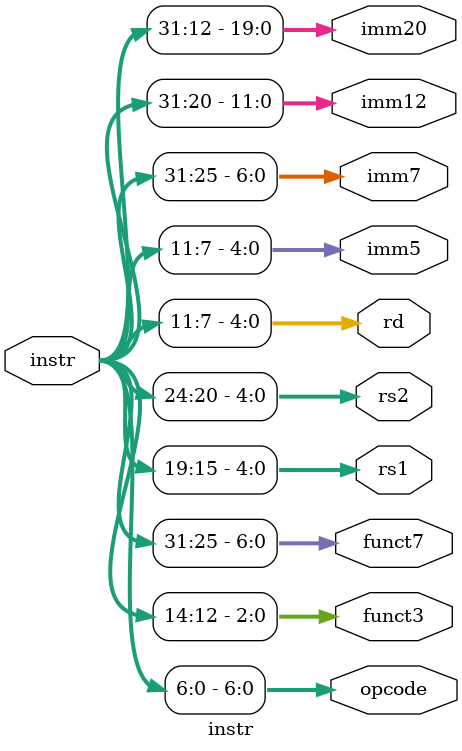
<source format=sv>
`include "def.sv"

module instr (
    input wire [31:0] instr,
    output wire [6:0] opcode,
    output wire [2:0] funct3,
    output wire [6:0] funct7,
    output wire [4:0] rs1,
    output wire [4:0] rs2,
    output wire [4:0] rd,
    output wire [4:0] imm5,
    output wire [6:0] imm7,
    output wire [11:0] imm12,
    output wire [19:0] imm20
);

    assign opcode[6:0] = instr[6:0];
    assign funct3[2:0] = instr[14:12];
    assign funct7[6:0] = instr[31:25];
    assign rs1[4:0]    = instr[19:15];
    assign rs2[4:0]    = instr[24:20];
    assign rd[4:0]     = instr[11:7];
    assign imm5[4:0]   = instr[11:7];
    assign imm7[6:0]   = instr[31:25];
    assign imm12[11:0] = instr[31:20];
    assign imm20[19:0] = instr[31:12];

endmodule

</source>
